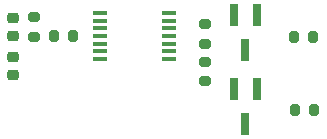
<source format=gbr>
%TF.GenerationSoftware,KiCad,Pcbnew,(6.0.8)*%
%TF.CreationDate,2023-04-06T01:35:20-05:00*%
%TF.ProjectId,Sensor_fixed_mosfet_pins,53656e73-6f72-45f6-9669-7865645f6d6f,rev?*%
%TF.SameCoordinates,Original*%
%TF.FileFunction,Paste,Top*%
%TF.FilePolarity,Positive*%
%FSLAX46Y46*%
G04 Gerber Fmt 4.6, Leading zero omitted, Abs format (unit mm)*
G04 Created by KiCad (PCBNEW (6.0.8)) date 2023-04-06 01:35:20*
%MOMM*%
%LPD*%
G01*
G04 APERTURE LIST*
G04 Aperture macros list*
%AMRoundRect*
0 Rectangle with rounded corners*
0 $1 Rounding radius*
0 $2 $3 $4 $5 $6 $7 $8 $9 X,Y pos of 4 corners*
0 Add a 4 corners polygon primitive as box body*
4,1,4,$2,$3,$4,$5,$6,$7,$8,$9,$2,$3,0*
0 Add four circle primitives for the rounded corners*
1,1,$1+$1,$2,$3*
1,1,$1+$1,$4,$5*
1,1,$1+$1,$6,$7*
1,1,$1+$1,$8,$9*
0 Add four rect primitives between the rounded corners*
20,1,$1+$1,$2,$3,$4,$5,0*
20,1,$1+$1,$4,$5,$6,$7,0*
20,1,$1+$1,$6,$7,$8,$9,0*
20,1,$1+$1,$8,$9,$2,$3,0*%
G04 Aperture macros list end*
%ADD10RoundRect,0.225000X-0.250000X0.225000X-0.250000X-0.225000X0.250000X-0.225000X0.250000X0.225000X0*%
%ADD11RoundRect,0.200000X-0.275000X0.200000X-0.275000X-0.200000X0.275000X-0.200000X0.275000X0.200000X0*%
%ADD12RoundRect,0.200000X0.200000X0.275000X-0.200000X0.275000X-0.200000X-0.275000X0.200000X-0.275000X0*%
%ADD13R,0.800000X1.900000*%
%ADD14R,1.308100X0.355600*%
%ADD15RoundRect,0.225000X0.250000X-0.225000X0.250000X0.225000X-0.250000X0.225000X-0.250000X-0.225000X0*%
%ADD16RoundRect,0.200000X0.275000X-0.200000X0.275000X0.200000X-0.275000X0.200000X-0.275000X-0.200000X0*%
G04 APERTURE END LIST*
D10*
%TO.C,C1*%
X-31750000Y89525000D03*
X-31750000Y87975000D03*
%TD*%
D11*
%TO.C,R3*%
X-15500000Y85825000D03*
X-15500000Y84175000D03*
%TD*%
D12*
%TO.C,R6*%
X-6375000Y87900000D03*
X-8025000Y87900000D03*
%TD*%
%TO.C,R2*%
X-26675000Y88000000D03*
X-28325000Y88000000D03*
%TD*%
D13*
%TO.C,NMOS2*%
X-12100000Y80500000D03*
X-11150000Y83500000D03*
X-13050000Y83500000D03*
%TD*%
D14*
%TO.C,IC1*%
X-24401950Y89950001D03*
X-24401950Y89300000D03*
X-24401950Y88649999D03*
X-24401950Y88000000D03*
X-24401950Y87350001D03*
X-24401950Y86700000D03*
X-24401950Y86050001D03*
X-18598050Y86049999D03*
X-18598050Y86700000D03*
X-18598050Y87349999D03*
X-18598050Y88000000D03*
X-18598050Y88649999D03*
X-18598050Y89300000D03*
X-18598050Y89949999D03*
%TD*%
D12*
%TO.C,R4*%
X-6275000Y81700000D03*
X-7925000Y81700000D03*
%TD*%
D15*
%TO.C,C2*%
X-31750000Y84675000D03*
X-31750000Y86225000D03*
%TD*%
D13*
%TO.C,NMOS1*%
X-12100000Y86800000D03*
X-11150000Y89800000D03*
X-13050000Y89800000D03*
%TD*%
D16*
%TO.C,R5*%
X-15500000Y87350000D03*
X-15500000Y89000000D03*
%TD*%
%TO.C,R1*%
X-30000000Y87925000D03*
X-30000000Y89575000D03*
%TD*%
M02*

</source>
